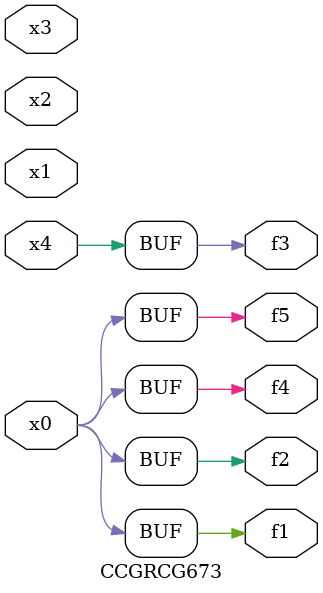
<source format=v>
module CCGRCG673(
	input x0, x1, x2, x3, x4,
	output f1, f2, f3, f4, f5
);
	assign f1 = x0;
	assign f2 = x0;
	assign f3 = x4;
	assign f4 = x0;
	assign f5 = x0;
endmodule

</source>
